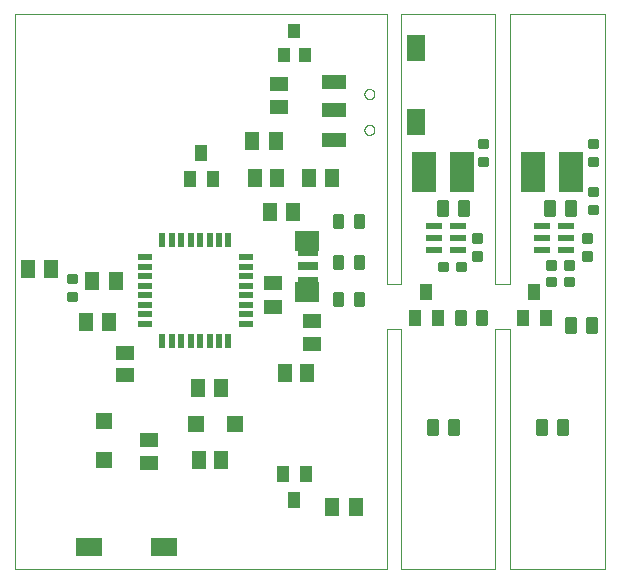
<source format=gtp>
G75*
%MOIN*%
%OFA0B0*%
%FSLAX25Y25*%
%IPPOS*%
%LPD*%
%AMOC8*
5,1,8,0,0,1.08239X$1,22.5*
%
%ADD10C,0.00400*%
%ADD11R,0.05118X0.06299*%
%ADD12R,0.06299X0.05118*%
%ADD13R,0.03937X0.05512*%
%ADD14R,0.05000X0.02200*%
%ADD15R,0.02200X0.05000*%
%ADD16C,0.00875*%
%ADD17R,0.05500X0.05500*%
%ADD18R,0.04000X0.04500*%
%ADD19R,0.08000X0.07000*%
%ADD20R,0.07874X0.04724*%
%ADD21C,0.00000*%
%ADD22R,0.05200X0.02200*%
%ADD23C,0.01000*%
%ADD24R,0.07874X0.13780*%
%ADD25R,0.09055X0.06299*%
%ADD26R,0.06299X0.09055*%
%ADD27R,0.06693X0.02756*%
D10*
X0022595Y0027513D02*
X0022595Y0212513D01*
X0146595Y0212513D01*
X0146595Y0122513D01*
X0151095Y0122513D01*
X0151095Y0212513D01*
X0182595Y0212513D01*
X0182595Y0122513D01*
X0187595Y0122513D01*
X0187595Y0212513D01*
X0219095Y0212513D01*
X0219095Y0027513D01*
X0187595Y0027513D01*
X0187595Y0107513D01*
X0182595Y0107513D01*
X0182595Y0027513D01*
X0151095Y0027513D01*
X0151095Y0107513D01*
X0146595Y0107513D01*
X0146595Y0027513D01*
X0022595Y0027513D01*
D11*
X0083655Y0064113D03*
X0091135Y0064113D03*
X0091085Y0087913D03*
X0083605Y0087913D03*
X0112355Y0093013D03*
X0119835Y0093013D03*
X0128208Y0048363D03*
X0136082Y0048363D03*
X0056032Y0123513D03*
X0048158Y0123513D03*
X0046255Y0110113D03*
X0053735Y0110113D03*
X0034335Y0127513D03*
X0026855Y0127513D03*
X0101558Y0170263D03*
X0109432Y0170263D03*
X0109835Y0158013D03*
X0102355Y0158013D03*
X0107408Y0146763D03*
X0115282Y0146763D03*
X0120605Y0158013D03*
X0128085Y0158013D03*
D12*
X0110595Y0181576D03*
X0110595Y0189450D03*
X0108495Y0122950D03*
X0108495Y0115076D03*
X0121595Y0110450D03*
X0121595Y0102576D03*
X0067145Y0070653D03*
X0067145Y0063173D03*
X0059095Y0092273D03*
X0059095Y0099753D03*
D13*
X0111855Y0059343D03*
X0119335Y0059343D03*
X0115595Y0050682D03*
X0155855Y0111182D03*
X0163335Y0111182D03*
X0159595Y0119843D03*
X0191855Y0111182D03*
X0199335Y0111182D03*
X0195595Y0119843D03*
X0088335Y0157682D03*
X0080855Y0157682D03*
X0084595Y0166343D03*
D14*
X0099495Y0131536D03*
X0099495Y0128387D03*
X0099495Y0125237D03*
X0099495Y0122088D03*
X0099495Y0118938D03*
X0099495Y0115788D03*
X0099495Y0112639D03*
X0099495Y0109489D03*
X0065695Y0109489D03*
X0065695Y0112639D03*
X0065695Y0115788D03*
X0065695Y0118938D03*
X0065695Y0122088D03*
X0065695Y0125237D03*
X0065695Y0128387D03*
X0065695Y0131536D03*
D15*
X0071572Y0137413D03*
X0074721Y0137413D03*
X0077871Y0137413D03*
X0081020Y0137413D03*
X0084170Y0137413D03*
X0087320Y0137413D03*
X0090469Y0137413D03*
X0093619Y0137413D03*
X0093619Y0103613D03*
X0090469Y0103613D03*
X0087320Y0103613D03*
X0084170Y0103613D03*
X0081020Y0103613D03*
X0077871Y0103613D03*
X0074721Y0103613D03*
X0071572Y0103613D03*
D16*
X0040282Y0117200D02*
X0040282Y0119826D01*
X0042908Y0119826D01*
X0042908Y0117200D01*
X0040282Y0117200D01*
X0040282Y0118074D02*
X0042908Y0118074D01*
X0042908Y0118948D02*
X0040282Y0118948D01*
X0040282Y0119822D02*
X0042908Y0119822D01*
X0040282Y0123200D02*
X0040282Y0125826D01*
X0042908Y0125826D01*
X0042908Y0123200D01*
X0040282Y0123200D01*
X0040282Y0124074D02*
X0042908Y0124074D01*
X0042908Y0124948D02*
X0040282Y0124948D01*
X0040282Y0125822D02*
X0042908Y0125822D01*
X0128782Y0132076D02*
X0131408Y0132076D01*
X0131408Y0127950D01*
X0128782Y0127950D01*
X0128782Y0132076D01*
X0128782Y0128824D02*
X0131408Y0128824D01*
X0131408Y0129698D02*
X0128782Y0129698D01*
X0128782Y0130572D02*
X0131408Y0130572D01*
X0131408Y0131446D02*
X0128782Y0131446D01*
X0135782Y0132076D02*
X0138408Y0132076D01*
X0138408Y0127950D01*
X0135782Y0127950D01*
X0135782Y0132076D01*
X0135782Y0128824D02*
X0138408Y0128824D01*
X0138408Y0129698D02*
X0135782Y0129698D01*
X0135782Y0130572D02*
X0138408Y0130572D01*
X0138408Y0131446D02*
X0135782Y0131446D01*
X0135782Y0145826D02*
X0138408Y0145826D01*
X0138408Y0141700D01*
X0135782Y0141700D01*
X0135782Y0145826D01*
X0135782Y0142574D02*
X0138408Y0142574D01*
X0138408Y0143448D02*
X0135782Y0143448D01*
X0135782Y0144322D02*
X0138408Y0144322D01*
X0138408Y0145196D02*
X0135782Y0145196D01*
X0131408Y0145826D02*
X0128782Y0145826D01*
X0131408Y0145826D02*
X0131408Y0141700D01*
X0128782Y0141700D01*
X0128782Y0145826D01*
X0128782Y0142574D02*
X0131408Y0142574D01*
X0131408Y0143448D02*
X0128782Y0143448D01*
X0128782Y0144322D02*
X0131408Y0144322D01*
X0131408Y0145196D02*
X0128782Y0145196D01*
X0128782Y0119826D02*
X0131408Y0119826D01*
X0131408Y0115700D01*
X0128782Y0115700D01*
X0128782Y0119826D01*
X0128782Y0116574D02*
X0131408Y0116574D01*
X0131408Y0117448D02*
X0128782Y0117448D01*
X0128782Y0118322D02*
X0131408Y0118322D01*
X0131408Y0119196D02*
X0128782Y0119196D01*
X0135782Y0119826D02*
X0138408Y0119826D01*
X0138408Y0115700D01*
X0135782Y0115700D01*
X0135782Y0119826D01*
X0135782Y0116574D02*
X0138408Y0116574D01*
X0138408Y0117448D02*
X0135782Y0117448D01*
X0135782Y0118322D02*
X0138408Y0118322D01*
X0138408Y0119196D02*
X0135782Y0119196D01*
X0163782Y0127200D02*
X0166408Y0127200D01*
X0163782Y0127200D02*
X0163782Y0129826D01*
X0166408Y0129826D01*
X0166408Y0127200D01*
X0166408Y0128074D02*
X0163782Y0128074D01*
X0163782Y0128948D02*
X0166408Y0128948D01*
X0166408Y0129822D02*
X0163782Y0129822D01*
X0169782Y0127200D02*
X0172408Y0127200D01*
X0169782Y0127200D02*
X0169782Y0129826D01*
X0172408Y0129826D01*
X0172408Y0127200D01*
X0172408Y0128074D02*
X0169782Y0128074D01*
X0169782Y0128948D02*
X0172408Y0128948D01*
X0172408Y0129822D02*
X0169782Y0129822D01*
X0177908Y0130700D02*
X0177908Y0133326D01*
X0177908Y0130700D02*
X0175282Y0130700D01*
X0175282Y0133326D01*
X0177908Y0133326D01*
X0177908Y0131574D02*
X0175282Y0131574D01*
X0175282Y0132448D02*
X0177908Y0132448D01*
X0177908Y0133322D02*
X0175282Y0133322D01*
X0177908Y0136700D02*
X0177908Y0139326D01*
X0177908Y0136700D02*
X0175282Y0136700D01*
X0175282Y0139326D01*
X0177908Y0139326D01*
X0177908Y0137574D02*
X0175282Y0137574D01*
X0175282Y0138448D02*
X0177908Y0138448D01*
X0177908Y0139322D02*
X0175282Y0139322D01*
X0179908Y0162200D02*
X0179908Y0164826D01*
X0179908Y0162200D02*
X0177282Y0162200D01*
X0177282Y0164826D01*
X0179908Y0164826D01*
X0179908Y0163074D02*
X0177282Y0163074D01*
X0177282Y0163948D02*
X0179908Y0163948D01*
X0179908Y0164822D02*
X0177282Y0164822D01*
X0179908Y0168200D02*
X0179908Y0170826D01*
X0179908Y0168200D02*
X0177282Y0168200D01*
X0177282Y0170826D01*
X0179908Y0170826D01*
X0179908Y0169074D02*
X0177282Y0169074D01*
X0177282Y0169948D02*
X0179908Y0169948D01*
X0179908Y0170822D02*
X0177282Y0170822D01*
X0214408Y0139326D02*
X0214408Y0136700D01*
X0211782Y0136700D01*
X0211782Y0139326D01*
X0214408Y0139326D01*
X0214408Y0137574D02*
X0211782Y0137574D01*
X0211782Y0138448D02*
X0214408Y0138448D01*
X0214408Y0139322D02*
X0211782Y0139322D01*
X0214408Y0133326D02*
X0214408Y0130700D01*
X0211782Y0130700D01*
X0211782Y0133326D01*
X0214408Y0133326D01*
X0214408Y0131574D02*
X0211782Y0131574D01*
X0211782Y0132448D02*
X0214408Y0132448D01*
X0214408Y0133322D02*
X0211782Y0133322D01*
X0208408Y0127700D02*
X0205782Y0127700D01*
X0205782Y0130326D01*
X0208408Y0130326D01*
X0208408Y0127700D01*
X0208408Y0128574D02*
X0205782Y0128574D01*
X0205782Y0129448D02*
X0208408Y0129448D01*
X0208408Y0130322D02*
X0205782Y0130322D01*
X0202408Y0127700D02*
X0199782Y0127700D01*
X0199782Y0130326D01*
X0202408Y0130326D01*
X0202408Y0127700D01*
X0202408Y0128574D02*
X0199782Y0128574D01*
X0199782Y0129448D02*
X0202408Y0129448D01*
X0202408Y0130322D02*
X0199782Y0130322D01*
X0199782Y0124826D02*
X0202408Y0124826D01*
X0202408Y0122200D01*
X0199782Y0122200D01*
X0199782Y0124826D01*
X0199782Y0123074D02*
X0202408Y0123074D01*
X0202408Y0123948D02*
X0199782Y0123948D01*
X0199782Y0124822D02*
X0202408Y0124822D01*
X0205782Y0124826D02*
X0208408Y0124826D01*
X0208408Y0122200D01*
X0205782Y0122200D01*
X0205782Y0124826D01*
X0205782Y0123074D02*
X0208408Y0123074D01*
X0208408Y0123948D02*
X0205782Y0123948D01*
X0205782Y0124822D02*
X0208408Y0124822D01*
X0216408Y0146200D02*
X0216408Y0148826D01*
X0216408Y0146200D02*
X0213782Y0146200D01*
X0213782Y0148826D01*
X0216408Y0148826D01*
X0216408Y0147074D02*
X0213782Y0147074D01*
X0213782Y0147948D02*
X0216408Y0147948D01*
X0216408Y0148822D02*
X0213782Y0148822D01*
X0216408Y0152200D02*
X0216408Y0154826D01*
X0216408Y0152200D02*
X0213782Y0152200D01*
X0213782Y0154826D01*
X0216408Y0154826D01*
X0216408Y0153074D02*
X0213782Y0153074D01*
X0213782Y0153948D02*
X0216408Y0153948D01*
X0216408Y0154822D02*
X0213782Y0154822D01*
X0216408Y0162200D02*
X0216408Y0164826D01*
X0216408Y0162200D02*
X0213782Y0162200D01*
X0213782Y0164826D01*
X0216408Y0164826D01*
X0216408Y0163074D02*
X0213782Y0163074D01*
X0213782Y0163948D02*
X0216408Y0163948D01*
X0216408Y0164822D02*
X0213782Y0164822D01*
X0216408Y0168200D02*
X0216408Y0170826D01*
X0216408Y0168200D02*
X0213782Y0168200D01*
X0213782Y0170826D01*
X0216408Y0170826D01*
X0216408Y0169074D02*
X0213782Y0169074D01*
X0213782Y0169948D02*
X0216408Y0169948D01*
X0216408Y0170822D02*
X0213782Y0170822D01*
D17*
X0095695Y0076013D03*
X0082695Y0076013D03*
X0052095Y0077013D03*
X0052095Y0064013D03*
D18*
X0112095Y0199013D03*
X0119095Y0199013D03*
X0115595Y0207013D03*
D19*
X0119845Y0137013D03*
X0119845Y0120013D03*
D20*
X0128768Y0170670D03*
X0128768Y0180513D03*
X0128768Y0189855D03*
D21*
X0138922Y0185989D02*
X0138924Y0186070D01*
X0138930Y0186152D01*
X0138940Y0186233D01*
X0138954Y0186313D01*
X0138971Y0186392D01*
X0138993Y0186471D01*
X0139018Y0186548D01*
X0139047Y0186625D01*
X0139080Y0186699D01*
X0139117Y0186772D01*
X0139156Y0186843D01*
X0139200Y0186912D01*
X0139246Y0186979D01*
X0139296Y0187043D01*
X0139349Y0187105D01*
X0139405Y0187165D01*
X0139463Y0187221D01*
X0139525Y0187275D01*
X0139589Y0187326D01*
X0139655Y0187373D01*
X0139723Y0187417D01*
X0139794Y0187458D01*
X0139866Y0187495D01*
X0139941Y0187529D01*
X0140016Y0187559D01*
X0140094Y0187585D01*
X0140172Y0187608D01*
X0140251Y0187626D01*
X0140331Y0187641D01*
X0140412Y0187652D01*
X0140493Y0187659D01*
X0140575Y0187662D01*
X0140656Y0187661D01*
X0140737Y0187656D01*
X0140818Y0187647D01*
X0140899Y0187634D01*
X0140979Y0187617D01*
X0141057Y0187597D01*
X0141135Y0187572D01*
X0141212Y0187544D01*
X0141287Y0187512D01*
X0141360Y0187477D01*
X0141431Y0187438D01*
X0141501Y0187395D01*
X0141568Y0187350D01*
X0141634Y0187301D01*
X0141696Y0187249D01*
X0141756Y0187193D01*
X0141813Y0187135D01*
X0141868Y0187075D01*
X0141919Y0187011D01*
X0141967Y0186946D01*
X0142012Y0186878D01*
X0142054Y0186808D01*
X0142092Y0186736D01*
X0142127Y0186662D01*
X0142158Y0186587D01*
X0142185Y0186510D01*
X0142208Y0186432D01*
X0142228Y0186353D01*
X0142244Y0186273D01*
X0142256Y0186192D01*
X0142264Y0186111D01*
X0142268Y0186030D01*
X0142268Y0185948D01*
X0142264Y0185867D01*
X0142256Y0185786D01*
X0142244Y0185705D01*
X0142228Y0185625D01*
X0142208Y0185546D01*
X0142185Y0185468D01*
X0142158Y0185391D01*
X0142127Y0185316D01*
X0142092Y0185242D01*
X0142054Y0185170D01*
X0142012Y0185100D01*
X0141967Y0185032D01*
X0141919Y0184967D01*
X0141868Y0184903D01*
X0141813Y0184843D01*
X0141756Y0184785D01*
X0141696Y0184729D01*
X0141634Y0184677D01*
X0141568Y0184628D01*
X0141501Y0184583D01*
X0141432Y0184540D01*
X0141360Y0184501D01*
X0141287Y0184466D01*
X0141212Y0184434D01*
X0141135Y0184406D01*
X0141057Y0184381D01*
X0140979Y0184361D01*
X0140899Y0184344D01*
X0140818Y0184331D01*
X0140737Y0184322D01*
X0140656Y0184317D01*
X0140575Y0184316D01*
X0140493Y0184319D01*
X0140412Y0184326D01*
X0140331Y0184337D01*
X0140251Y0184352D01*
X0140172Y0184370D01*
X0140094Y0184393D01*
X0140016Y0184419D01*
X0139941Y0184449D01*
X0139866Y0184483D01*
X0139794Y0184520D01*
X0139723Y0184561D01*
X0139655Y0184605D01*
X0139589Y0184652D01*
X0139525Y0184703D01*
X0139463Y0184757D01*
X0139405Y0184813D01*
X0139349Y0184873D01*
X0139296Y0184935D01*
X0139246Y0184999D01*
X0139200Y0185066D01*
X0139156Y0185135D01*
X0139117Y0185206D01*
X0139080Y0185279D01*
X0139047Y0185353D01*
X0139018Y0185430D01*
X0138993Y0185507D01*
X0138971Y0185586D01*
X0138954Y0185665D01*
X0138940Y0185745D01*
X0138930Y0185826D01*
X0138924Y0185908D01*
X0138922Y0185989D01*
X0138922Y0174036D02*
X0138924Y0174117D01*
X0138930Y0174199D01*
X0138940Y0174280D01*
X0138954Y0174360D01*
X0138971Y0174439D01*
X0138993Y0174518D01*
X0139018Y0174595D01*
X0139047Y0174672D01*
X0139080Y0174746D01*
X0139117Y0174819D01*
X0139156Y0174890D01*
X0139200Y0174959D01*
X0139246Y0175026D01*
X0139296Y0175090D01*
X0139349Y0175152D01*
X0139405Y0175212D01*
X0139463Y0175268D01*
X0139525Y0175322D01*
X0139589Y0175373D01*
X0139655Y0175420D01*
X0139723Y0175464D01*
X0139794Y0175505D01*
X0139866Y0175542D01*
X0139941Y0175576D01*
X0140016Y0175606D01*
X0140094Y0175632D01*
X0140172Y0175655D01*
X0140251Y0175673D01*
X0140331Y0175688D01*
X0140412Y0175699D01*
X0140493Y0175706D01*
X0140575Y0175709D01*
X0140656Y0175708D01*
X0140737Y0175703D01*
X0140818Y0175694D01*
X0140899Y0175681D01*
X0140979Y0175664D01*
X0141057Y0175644D01*
X0141135Y0175619D01*
X0141212Y0175591D01*
X0141287Y0175559D01*
X0141360Y0175524D01*
X0141431Y0175485D01*
X0141501Y0175442D01*
X0141568Y0175397D01*
X0141634Y0175348D01*
X0141696Y0175296D01*
X0141756Y0175240D01*
X0141813Y0175182D01*
X0141868Y0175122D01*
X0141919Y0175058D01*
X0141967Y0174993D01*
X0142012Y0174925D01*
X0142054Y0174855D01*
X0142092Y0174783D01*
X0142127Y0174709D01*
X0142158Y0174634D01*
X0142185Y0174557D01*
X0142208Y0174479D01*
X0142228Y0174400D01*
X0142244Y0174320D01*
X0142256Y0174239D01*
X0142264Y0174158D01*
X0142268Y0174077D01*
X0142268Y0173995D01*
X0142264Y0173914D01*
X0142256Y0173833D01*
X0142244Y0173752D01*
X0142228Y0173672D01*
X0142208Y0173593D01*
X0142185Y0173515D01*
X0142158Y0173438D01*
X0142127Y0173363D01*
X0142092Y0173289D01*
X0142054Y0173217D01*
X0142012Y0173147D01*
X0141967Y0173079D01*
X0141919Y0173014D01*
X0141868Y0172950D01*
X0141813Y0172890D01*
X0141756Y0172832D01*
X0141696Y0172776D01*
X0141634Y0172724D01*
X0141568Y0172675D01*
X0141501Y0172630D01*
X0141432Y0172587D01*
X0141360Y0172548D01*
X0141287Y0172513D01*
X0141212Y0172481D01*
X0141135Y0172453D01*
X0141057Y0172428D01*
X0140979Y0172408D01*
X0140899Y0172391D01*
X0140818Y0172378D01*
X0140737Y0172369D01*
X0140656Y0172364D01*
X0140575Y0172363D01*
X0140493Y0172366D01*
X0140412Y0172373D01*
X0140331Y0172384D01*
X0140251Y0172399D01*
X0140172Y0172417D01*
X0140094Y0172440D01*
X0140016Y0172466D01*
X0139941Y0172496D01*
X0139866Y0172530D01*
X0139794Y0172567D01*
X0139723Y0172608D01*
X0139655Y0172652D01*
X0139589Y0172699D01*
X0139525Y0172750D01*
X0139463Y0172804D01*
X0139405Y0172860D01*
X0139349Y0172920D01*
X0139296Y0172982D01*
X0139246Y0173046D01*
X0139200Y0173113D01*
X0139156Y0173182D01*
X0139117Y0173253D01*
X0139080Y0173326D01*
X0139047Y0173400D01*
X0139018Y0173477D01*
X0138993Y0173554D01*
X0138971Y0173633D01*
X0138954Y0173712D01*
X0138940Y0173792D01*
X0138930Y0173873D01*
X0138924Y0173955D01*
X0138922Y0174036D01*
D22*
X0162095Y0142013D03*
X0162095Y0138013D03*
X0162095Y0134013D03*
X0170095Y0134013D03*
X0170095Y0138013D03*
X0170095Y0142013D03*
X0198095Y0142013D03*
X0198095Y0138013D03*
X0198095Y0134013D03*
X0206095Y0134013D03*
X0206095Y0138013D03*
X0206095Y0142013D03*
D23*
X0206095Y0145763D02*
X0209095Y0145763D01*
X0206095Y0145763D02*
X0206095Y0150263D01*
X0209095Y0150263D01*
X0209095Y0145763D01*
X0209095Y0146762D02*
X0206095Y0146762D01*
X0206095Y0147761D02*
X0209095Y0147761D01*
X0209095Y0148760D02*
X0206095Y0148760D01*
X0206095Y0149759D02*
X0209095Y0149759D01*
X0202095Y0145763D02*
X0199095Y0145763D01*
X0199095Y0150263D01*
X0202095Y0150263D01*
X0202095Y0145763D01*
X0202095Y0146762D02*
X0199095Y0146762D01*
X0199095Y0147761D02*
X0202095Y0147761D01*
X0202095Y0148760D02*
X0199095Y0148760D01*
X0199095Y0149759D02*
X0202095Y0149759D01*
X0173595Y0145763D02*
X0170595Y0145763D01*
X0170595Y0150263D01*
X0173595Y0150263D01*
X0173595Y0145763D01*
X0173595Y0146762D02*
X0170595Y0146762D01*
X0170595Y0147761D02*
X0173595Y0147761D01*
X0173595Y0148760D02*
X0170595Y0148760D01*
X0170595Y0149759D02*
X0173595Y0149759D01*
X0166595Y0145763D02*
X0163595Y0145763D01*
X0163595Y0150263D01*
X0166595Y0150263D01*
X0166595Y0145763D01*
X0166595Y0146762D02*
X0163595Y0146762D01*
X0163595Y0147761D02*
X0166595Y0147761D01*
X0166595Y0148760D02*
X0163595Y0148760D01*
X0163595Y0149759D02*
X0166595Y0149759D01*
X0169595Y0109263D02*
X0172595Y0109263D01*
X0169595Y0109263D02*
X0169595Y0113763D01*
X0172595Y0113763D01*
X0172595Y0109263D01*
X0172595Y0110262D02*
X0169595Y0110262D01*
X0169595Y0111261D02*
X0172595Y0111261D01*
X0172595Y0112260D02*
X0169595Y0112260D01*
X0169595Y0113259D02*
X0172595Y0113259D01*
X0176595Y0109263D02*
X0179595Y0109263D01*
X0176595Y0109263D02*
X0176595Y0113763D01*
X0179595Y0113763D01*
X0179595Y0109263D01*
X0179595Y0110262D02*
X0176595Y0110262D01*
X0176595Y0111261D02*
X0179595Y0111261D01*
X0179595Y0112260D02*
X0176595Y0112260D01*
X0176595Y0113259D02*
X0179595Y0113259D01*
X0206095Y0106763D02*
X0209095Y0106763D01*
X0206095Y0106763D02*
X0206095Y0111263D01*
X0209095Y0111263D01*
X0209095Y0106763D01*
X0209095Y0107762D02*
X0206095Y0107762D01*
X0206095Y0108761D02*
X0209095Y0108761D01*
X0209095Y0109760D02*
X0206095Y0109760D01*
X0206095Y0110759D02*
X0209095Y0110759D01*
X0213095Y0106763D02*
X0216095Y0106763D01*
X0213095Y0106763D02*
X0213095Y0111263D01*
X0216095Y0111263D01*
X0216095Y0106763D01*
X0216095Y0107762D02*
X0213095Y0107762D01*
X0213095Y0108761D02*
X0216095Y0108761D01*
X0216095Y0109760D02*
X0213095Y0109760D01*
X0213095Y0110759D02*
X0216095Y0110759D01*
X0206595Y0072763D02*
X0203595Y0072763D01*
X0203595Y0077263D01*
X0206595Y0077263D01*
X0206595Y0072763D01*
X0206595Y0073762D02*
X0203595Y0073762D01*
X0203595Y0074761D02*
X0206595Y0074761D01*
X0206595Y0075760D02*
X0203595Y0075760D01*
X0203595Y0076759D02*
X0206595Y0076759D01*
X0199595Y0072763D02*
X0196595Y0072763D01*
X0196595Y0077263D01*
X0199595Y0077263D01*
X0199595Y0072763D01*
X0199595Y0073762D02*
X0196595Y0073762D01*
X0196595Y0074761D02*
X0199595Y0074761D01*
X0199595Y0075760D02*
X0196595Y0075760D01*
X0196595Y0076759D02*
X0199595Y0076759D01*
X0170095Y0072763D02*
X0167095Y0072763D01*
X0167095Y0077263D01*
X0170095Y0077263D01*
X0170095Y0072763D01*
X0170095Y0073762D02*
X0167095Y0073762D01*
X0167095Y0074761D02*
X0170095Y0074761D01*
X0170095Y0075760D02*
X0167095Y0075760D01*
X0167095Y0076759D02*
X0170095Y0076759D01*
X0163095Y0072763D02*
X0160095Y0072763D01*
X0160095Y0077263D01*
X0163095Y0077263D01*
X0163095Y0072763D01*
X0163095Y0073762D02*
X0160095Y0073762D01*
X0160095Y0074761D02*
X0163095Y0074761D01*
X0163095Y0075760D02*
X0160095Y0075760D01*
X0160095Y0076759D02*
X0163095Y0076759D01*
D24*
X0158796Y0160013D03*
X0171394Y0160013D03*
X0195296Y0160013D03*
X0207894Y0160013D03*
D25*
X0071997Y0035013D03*
X0047194Y0035013D03*
D26*
X0156095Y0176611D03*
X0156095Y0201414D03*
D27*
X0120095Y0133237D03*
X0120095Y0128513D03*
X0120095Y0123788D03*
M02*

</source>
